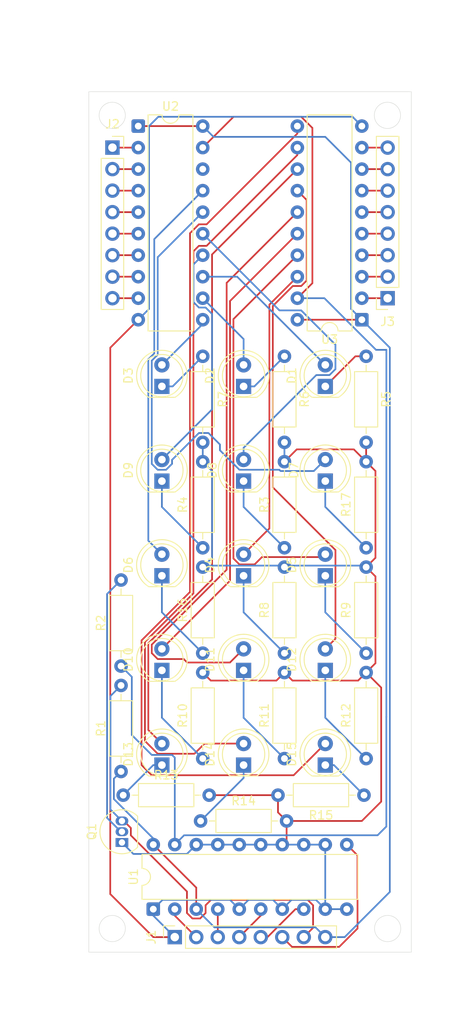
<source format=kicad_pcb>
(kicad_pcb (version 20241229) (generator "pcbnew") (generator_version "9.0")
  (layers (0 "F.Cu" signal) (2 "B.Cu" signal) (13 "F.Paste" user) (15 "B.Paste" user) (5 "F.SilkS" user "F.Silkscreen") (7 "B.SilkS" user "B.Silkscreen") (1 "F.Mask" user) (3 "B.Mask" user) (25 "Edge.Cuts" user))
  (net 0 "")
  (net 1 "I1")
  (net 2 "I0")
  (net 3 "+5V")
  (net 4 "I4")
  (net 5 "I3")
  (net 6 "I2")
  (net 7 "Net-(D6-K)")
  (net 8 "D0")
  (net 9 "D1")
  (net 10 "Net-(D7-K)")
  (net 11 "D2")
  (net 12 "Net-(D8-K)")
  (net 13 "D3")
  (net 14 "Net-(D9-K)")
  (net 15 "Net-(J2-Pin_2)")
  (net 16 "GND")
  (net 17 "Net-(J2-Pin_3)")
  (net 18 "Net-(J2-Pin_7)")
  (net 19 "Net-(J2-Pin_1)")
  (net 20 "Net-(J2-Pin_6)")
  (net 21 "Net-(J2-Pin_8)")
  (net 22 "Net-(J2-Pin_5)")
  (net 23 "Net-(J2-Pin_4)")
  (net 24 "Net-(J3-Pin_6)")
  (net 25 "Net-(J3-Pin_3)")
  (net 26 "Net-(J3-Pin_1)")
  (net 27 "Net-(J3-Pin_4)")
  (net 28 "Net-(J3-Pin_8)")
  (net 29 "Net-(J3-Pin_7)")
  (net 30 "Net-(J3-Pin_5)")
  (net 31 "Net-(J3-Pin_2)")
  (net 32 "Net-(U1-P=R)")
  (net 33 "D7")
  (net 34 "D4")
  (net 35 "D6")
  (net 36 "D5")
  (net 37 "D8")
  (net 38 "D11")
  (net 39 "D13")
  (net 40 "D9")
  (net 41 "D12")
  (net 42 "D14")
  (net 43 "D10")
  (net 44 "Net-(D1-K)")
  (net 45 "Net-(D2-K)")
  (net 46 "Net-(D3-K)")
  (net 47 "Net-(D4-K)")
  (net 48 "Net-(D5-K)")
  (net 49 "Net-(D10-K)")
  (net 50 "Net-(D11-K)")
  (net 51 "Net-(D12-K)")
  (net 52 "Net-(D13-K)")
  (net 53 "Net-(D14-K)")
  (net 54 "Net-(D15-K)")
  (net 55 "RESP")
  (net 56 "Net-(Q1-B)")
  (net 57 "D15")
  (footprint "Resistor_THT:R_Axial_DIN0207_L6.3mm_D2.5mm_P10.16mm_Horizontal" (layer "F.Cu") (at 73.914 129.54 90)
    (property "Reference" "R11" (at 5.08 -2.37 90) (layer "F.SilkS"))
    (property "Value" "R")
    (pad "1" thru_hole circle (at 0 0 90) (size 1.6 1.6) (drill 0.8) (layers "*.Cu" "*.Mask") (net 50 "Net-(D11-K)"))
    (pad "2" thru_hole circle (at 10.16 0 90) (size 1.6 1.6) (drill 0.8) (layers "*.Cu" "*.Mask") (net 16 "GND"))
  )
  (footprint "LED_THT:LED_D5.0mm" (layer "F.Cu") (at 78.74 96.774 90)
    (property "Reference" "D7" (at 1.27 -3.706 90) (layer "F.SilkS"))
    (property "Value" "LED")
    (pad "1" thru_hole rect (at 0 0 90) (size 1.8 1.8) (drill 0.9) (layers "*.Cu" "*.Mask") (net 10 "Net-(D7-K)"))
    (pad "2" thru_hole circle (at 2.54 0 90) (size 1.8 1.8) (drill 0.9) (layers "*.Cu" "*.Mask") (net 11 "D2"))
  )
  (footprint "Package_TO_SOT_THT:TO-92_Inline" (layer "F.Cu") (at 54.716 139.446 90)
    (property "Reference" "Q1" (at 1.27 -3.56 90) (layer "F.SilkS"))
    (property "Value" "PN2222A")
    (pad "1" thru_hole rect (at 0 0 90) (size 1.05 1.5) (drill 0.75) (layers "*.Cu" "*.Mask") (net 16 "GND"))
    (pad "2" thru_hole oval (at 1.27 0 90) (size 1.05 1.5) (drill 0.75) (layers "*.Cu" "*.Mask") (net 56 "Net-(Q1-B)"))
    (pad "3" thru_hole oval (at 2.54 0 90) (size 1.05 1.5) (drill 0.75) (layers "*.Cu" "*.Mask") (net 55 "RESP"))
  )
  (footprint "LED_THT:LED_D5.0mm" (layer "F.Cu") (at 59.436 107.955 90)
    (property "Reference" "D6" (at 1.27 -3.96 90) (layer "F.SilkS"))
    (property "Value" "LED")
    (pad "1" thru_hole rect (at 0 0 90) (size 1.8 1.8) (drill 0.9) (layers "*.Cu" "*.Mask") (net 7 "Net-(D6-K)"))
    (pad "2" thru_hole circle (at 2.54 0 90) (size 1.8 1.8) (drill 0.9) (layers "*.Cu" "*.Mask") (net 9 "D1"))
  )
  (footprint "Resistor_THT:R_Axial_DIN0207_L6.3mm_D2.5mm_P10.16mm_Horizontal" (layer "F.Cu") (at 64.262 129.54 90)
    (property "Reference" "R10" (at 5.08 -2.37 90) (layer "F.SilkS"))
    (property "Value" "R")
    (pad "1" thru_hole circle (at 0 0 90) (size 1.6 1.6) (drill 0.8) (layers "*.Cu" "*.Mask") (net 49 "Net-(D10-K)"))
    (pad "2" thru_hole circle (at 10.16 0 90) (size 1.6 1.6) (drill 0.8) (layers "*.Cu" "*.Mask") (net 16 "GND"))
  )
  (footprint "Resistor_THT:R_Axial_DIN0207_L6.3mm_D2.5mm_P10.16mm_Horizontal" (layer "F.Cu") (at 73.914 82.042 -90)
    (property "Reference" "R6" (at 5.08 -2.37 90) (layer "F.SilkS"))
    (property "Value" "R")
    (pad "1" thru_hole circle (at 0 0 270) (size 1.6 1.6) (drill 0.8) (layers "*.Cu" "*.Mask") (net 45 "Net-(D2-K)"))
    (pad "2" thru_hole circle (at 10.16 0 270) (size 1.6 1.6) (drill 0.8) (layers "*.Cu" "*.Mask") (net 16 "GND"))
  )
  (footprint "Connector_PinSocket_2.54mm:PinSocket_1x08_P2.54mm_Vertical" (layer "F.Cu") (at 86.106 75.184 180)
    (property "Reference" "J3" (at 0 -2.77 0) (layer "F.SilkS"))
    (property "Value" "Conn_01x08_Socket")
    (pad "1" thru_hole rect (at 0 0 180) (size 1.7 1.7) (drill 1) (layers "*.Cu" "*.Mask") (net 26 "Net-(J3-Pin_1)"))
    (pad "2" thru_hole circle (at 0 2.54 180) (size 1.7 1.7) (drill 1) (layers "*.Cu" "*.Mask") (net 31 "Net-(J3-Pin_2)"))
    (pad "3" thru_hole circle (at 0 5.08 180) (size 1.7 1.7) (drill 1) (layers "*.Cu" "*.Mask") (net 25 "Net-(J3-Pin_3)"))
    (pad "4" thru_hole circle (at 0 7.62 180) (size 1.7 1.7) (drill 1) (layers "*.Cu" "*.Mask") (net 27 "Net-(J3-Pin_4)"))
    (pad "5" thru_hole circle (at 0 10.16 180) (size 1.7 1.7) (drill 1) (layers "*.Cu" "*.Mask") (net 30 "Net-(J3-Pin_5)"))
    (pad "6" thru_hole circle (at 0 12.7 180) (size 1.7 1.7) (drill 1) (layers "*.Cu" "*.Mask") (net 24 "Net-(J3-Pin_6)"))
    (pad "7" thru_hole circle (at 0 15.24 180) (size 1.7 1.7) (drill 1) (layers "*.Cu" "*.Mask") (net 29 "Net-(J3-Pin_7)"))
    (pad "8" thru_hole circle (at 0 17.78 180) (size 1.7 1.7) (drill 1) (layers "*.Cu" "*.Mask") (net 28 "Net-(J3-Pin_8)"))
  )
  (footprint "Resistor_THT:R_Axial_DIN0207_L6.3mm_D2.5mm_P10.16mm_Horizontal" (layer "F.Cu") (at 54.61 131.064 90)
    (property "Reference" "R1" (at 5.08 -2.37 90) (layer "F.SilkS"))
    (property "Value" "1k")
    (pad "1" thru_hole circle (at 0 0 90) (size 1.6 1.6) (drill 0.8) (layers "*.Cu" "*.Mask") (net 3 "+5V"))
    (pad "2" thru_hole circle (at 10.16 0 90) (size 1.6 1.6) (drill 0.8) (layers "*.Cu" "*.Mask") (net 55 "RESP"))
  )
  (footprint "LED_THT:LED_D5.0mm" (layer "F.Cu") (at 59.436 85.598 90)
    (property "Reference" "D3" (at 1.27 -3.96 90) (layer "F.SilkS"))
    (property "Value" "LED")
    (pad "1" thru_hole rect (at 0 0 90) (size 1.8 1.8) (drill 0.9) (layers "*.Cu" "*.Mask") (net 46 "Net-(D3-K)"))
    (pad "2" thru_hole circle (at 2.54 0 90) (size 1.8 1.8) (drill 0.9) (layers "*.Cu" "*.Mask") (net 33 "D7"))
  )
  (footprint "Resistor_THT:R_Axial_DIN0207_L6.3mm_D2.5mm_P10.16mm_Horizontal" (layer "F.Cu") (at 64.008 136.906)
    (property "Reference" "R14" (at 5.08 -2.37 0) (layer "F.SilkS"))
    (property "Value" "R")
    (pad "1" thru_hole circle (at 0 0) (size 1.6 1.6) (drill 0.8) (layers "*.Cu" "*.Mask") (net 53 "Net-(D14-K)"))
    (pad "2" thru_hole circle (at 10.16 0) (size 1.6 1.6) (drill 0.8) (layers "*.Cu" "*.Mask") (net 16 "GND"))
  )
  (footprint "Resistor_THT:R_Axial_DIN0207_L6.3mm_D2.5mm_P10.16mm_Horizontal" (layer "F.Cu") (at 64.262 82.042 -90)
    (property "Reference" "R7" (at 5.08 -2.37 90) (layer "F.SilkS"))
    (property "Value" "R")
    (pad "1" thru_hole circle (at 0 0 270) (size 1.6 1.6) (drill 0.8) (layers "*.Cu" "*.Mask") (net 46 "Net-(D3-K)"))
    (pad "2" thru_hole circle (at 10.16 0 270) (size 1.6 1.6) (drill 0.8) (layers "*.Cu" "*.Mask") (net 16 "GND"))
  )
  (footprint "LED_THT:LED_D5.0mm" (layer "F.Cu") (at 78.74 107.955 90)
    (property "Reference" "D5" (at 1.27 -3.96 90) (layer "F.SilkS"))
    (property "Value" "LED")
    (pad "1" thru_hole rect (at 0 0 90) (size 1.8 1.8) (drill 0.9) (layers "*.Cu" "*.Mask") (net 48 "Net-(D5-K)"))
    (pad "2" thru_hole circle (at 2.54 0 90) (size 1.8 1.8) (drill 0.9) (layers "*.Cu" "*.Mask") (net 40 "D9"))
  )
  (footprint "Package_DIP:DIP-20_W7.62mm" (layer "F.Cu") (at 83.058 77.724 180)
    (property "Reference" "U3" (at 3.81 -2.33 0) (layer "F.SilkS"))
    (property "Value" "74HC245")
    (pad "1" thru_hole roundrect (at 0 0 180) (size 1.6 1.6) (drill 0.8) (layers "*.Cu" "*.Mask") (roundrect_rratio 0.15625) (net 3 "+5V"))
    (pad "2" thru_hole circle (at 0 2.54 180) (size 1.6 1.6) (drill 0.8) (layers "*.Cu" "*.Mask") (net 26 "Net-(J3-Pin_1)"))
    (pad "3" thru_hole circle (at 0 5.08 180) (size 1.6 1.6) (drill 0.8) (layers "*.Cu" "*.Mask") (net 31 "Net-(J3-Pin_2)"))
    (pad "4" thru_hole circle (at 0 7.62 180) (size 1.6 1.6) (drill 0.8) (layers "*.Cu" "*.Mask") (net 25 "Net-(J3-Pin_3)"))
    (pad "5" thru_hole circle (at 0 10.16 180) (size 1.6 1.6) (drill 0.8) (layers "*.Cu" "*.Mask") (net 27 "Net-(J3-Pin_4)"))
    (pad "6" thru_hole circle (at 0 12.7 180) (size 1.6 1.6) (drill 0.8) (layers "*.Cu" "*.Mask") (net 30 "Net-(J3-Pin_5)"))
    (pad "7" thru_hole circle (at 0 15.24 180) (size 1.6 1.6) (drill 0.8) (layers "*.Cu" "*.Mask") (net 24 "Net-(J3-Pin_6)"))
    (pad "8" thru_hole circle (at 0 17.78 180) (size 1.6 1.6) (drill 0.8) (layers "*.Cu" "*.Mask") (net 29 "Net-(J3-Pin_7)"))
    (pad "9" thru_hole circle (at 0 20.32 180) (size 1.6 1.6) (drill 0.8) (layers "*.Cu" "*.Mask") (net 28 "Net-(J3-Pin_8)"))
    (pad "10" thru_hole circle (at 0 22.86 180) (size 1.6 1.6) (drill 0.8) (layers "*.Cu" "*.Mask") (net 16 "GND"))
    (pad "11" thru_hole circle (at 7.62 22.86 180) (size 1.6 1.6) (drill 0.8) (layers "*.Cu" "*.Mask") (net 57 "D15"))
    (pad "12" thru_hole circle (at 7.62 20.32 180) (size 1.6 1.6) (drill 0.8) (layers "*.Cu" "*.Mask") (net 42 "D14"))
    (pad "13" thru_hole circle (at 7.62 17.78 180) (size 1.6 1.6) (drill 0.8) (layers "*.Cu" "*.Mask") (net 39 "D13"))
    (pad "14" thru_hole circle (at 7.62 15.24 180) (size 1.6 1.6) (drill 0.8) (layers "*.Cu" "*.Mask") (net 41 "D12"))
    (pad "15" thru_hole circle (at 7.62 12.7 180) (size 1.6 1.6) (drill 0.8) (layers "*.Cu" "*.Mask") (net 38 "D11"))
    (pad "16" thru_hole circle (at 7.62 10.16 180) (size 1.6 1.6) (drill 0.8) (layers "*.Cu" "*.Mask") (net 43 "D10"))
    (pad "17" thru_hole circle (at 7.62 7.62 180) (size 1.6 1.6) (drill 0.8) (layers "*.Cu" "*.Mask") (net 40 "D9"))
    (pad "18" thru_hole circle (at 7.62 5.08 180) (size 1.6 1.6) (drill 0.8) (layers "*.Cu" "*.Mask") (net 37 "D8"))
    (pad "19" thru_hole circle (at 7.62 2.54 180) (size 1.6 1.6) (drill 0.8) (layers "*.Cu" "*.Mask") (net 32 "Net-(U1-P=R)"))
    (pad "20" thru_hole circle (at 7.62 0 180) (size 1.6 1.6) (drill 0.8) (layers "*.Cu" "*.Mask") (net 3 "+5V"))
  )
  (footprint "Resistor_THT:R_Axial_DIN0207_L6.3mm_D2.5mm_P10.16mm_Horizontal" (layer "F.Cu") (at 83.312 133.858 180)
    (property "Reference" "R15" (at 5.08 -2.37 0) (layer "F.SilkS"))
    (property "Value" "R")
    (pad "1" thru_hole circle (at 0 0 180) (size 1.6 1.6) (drill 0.8) (layers "*.Cu" "*.Mask") (net 54 "Net-(D15-K)"))
    (pad "2" thru_hole circle (at 10.16 0 180) (size 1.6 1.6) (drill 0.8) (layers "*.Cu" "*.Mask") (net 16 "GND"))
  )
  (footprint "Resistor_THT:R_Axial_DIN0207_L6.3mm_D2.5mm_P10.16mm_Horizontal" (layer "F.Cu") (at 83.566 117.094 90)
    (property "Reference" "R9" (at 5.08 -2.37 90) (layer "F.SilkS"))
    (property "Value" "R")
    (pad "1" thru_hole circle (at 0 0 90) (size 1.6 1.6) (drill 0.8) (layers "*.Cu" "*.Mask") (net 48 "Net-(D5-K)"))
    (pad "2" thru_hole circle (at 10.16 0 90) (size 1.6 1.6) (drill 0.8) (layers "*.Cu" "*.Mask") (net 16 "GND"))
  )
  (footprint "Resistor_THT:R_Axial_DIN0207_L6.3mm_D2.5mm_P10.16mm_Horizontal" (layer "F.Cu") (at 73.914 104.648 90)
    (property "Reference" "R3" (at 5.08 -2.37 90) (layer "F.SilkS"))
    (property "Value" "R")
    (pad "1" thru_hole circle (at 0 0 90) (size 1.6 1.6) (drill 0.8) (layers "*.Cu" "*.Mask") (net 12 "Net-(D8-K)"))
    (pad "2" thru_hole circle (at 10.16 0 90) (size 1.6 1.6) (drill 0.8) (layers "*.Cu" "*.Mask") (net 16 "GND"))
  )
  (footprint "LED_THT:LED_D5.0mm" (layer "F.Cu") (at 69.088 96.774 90)
    (property "Reference" "D8" (at 1.27 -3.706 90) (layer "F.SilkS"))
    (property "Value" "LED")
    (pad "1" thru_hole rect (at 0 0 90) (size 1.8 1.8) (drill 0.9) (layers "*.Cu" "*.Mask") (net 12 "Net-(D8-K)"))
    (pad "2" thru_hole circle (at 2.54 0 90) (size 1.8 1.8) (drill 0.9) (layers "*.Cu" "*.Mask") (net 13 "D3"))
  )
  (footprint "Resistor_THT:R_Axial_DIN0207_L6.3mm_D2.5mm_P10.16mm_Horizontal" (layer "F.Cu") (at 64.262 117.094 90)
    (property "Reference" "R16" (at 5.08 -2.37 90) (layer "F.SilkS"))
    (property "Value" "R")
    (pad "1" thru_hole circle (at 0 0 90) (size 1.6 1.6) (drill 0.8) (layers "*.Cu" "*.Mask") (net 7 "Net-(D6-K)"))
    (pad "2" thru_hole circle (at 10.16 0 90) (size 1.6 1.6) (drill 0.8) (layers "*.Cu" "*.Mask") (net 16 "GND"))
  )
  (footprint "Resistor_THT:R_Axial_DIN0207_L6.3mm_D2.5mm_P10.16mm_Horizontal" (layer "F.Cu") (at 64.262 104.653 90)
    (property "Reference" "R4" (at 5.08 -2.37 90) (layer "F.SilkS"))
    (property "Value" "R")
    (pad "1" thru_hole circle (at 0 0 90) (size 1.6 1.6) (drill 0.8) (layers "*.Cu" "*.Mask") (net 14 "Net-(D9-K)"))
    (pad "2" thru_hole circle (at 10.16 0 90) (size 1.6 1.6) (drill 0.8) (layers "*.Cu" "*.Mask") (net 16 "GND"))
  )
  (footprint "Resistor_THT:R_Axial_DIN0207_L6.3mm_D2.5mm_P10.16mm_Horizontal" (layer "F.Cu") (at 54.61 118.618 90)
    (property "Reference" "R2" (at 5.08 -2.37 90) (layer "F.SilkS"))
    (property "Value" "1k")
    (pad "1" thru_hole circle (at 0 0 90) (size 1.6 1.6) (drill 0.8) (layers "*.Cu" "*.Mask") (net 32 "Net-(U1-P=R)"))
    (pad "2" thru_hole circle (at 10.16 0 90) (size 1.6 1.6) (drill 0.8) (layers "*.Cu" "*.Mask") (net 56 "Net-(Q1-B)"))
  )
  (footprint "LED_THT:LED_D5.0mm" (layer "F.Cu") (at 59.436 119.126 90)
    (property "Reference" "D10" (at 1.27 -3.96 90) (layer "F.SilkS"))
    (property "Value" "LED")
    (pad "1" thru_hole rect (at 0 0 90) (size 1.8 1.8) (drill 0.9) (layers "*.Cu" "*.Mask") (net 49 "Net-(D10-K)"))
    (pad "2" thru_hole circle (at 2.54 0 90) (size 1.8 1.8) (drill 0.9) (layers "*.Cu" "*.Mask") (net 43 "D10"))
  )
  (footprint "Resistor_THT:R_Axial_DIN0207_L6.3mm_D2.5mm_P10.16mm_Horizontal" (layer "F.Cu") (at 83.566 129.54 90)
    (property "Reference" "R12" (at 5.08 -2.37 90) (layer "F.SilkS"))
    (property "Value" "R")
    (pad "1" thru_hole circle (at 0 0 90) (size 1.6 1.6) (drill 0.8) (layers "*.Cu" "*.Mask") (net 51 "Net-(D12-K)"))
    (pad "2" thru_hole circle (at 10.16 0 90) (size 1.6 1.6) (drill 0.8) (layers "*.Cu" "*.Mask") (net 16 "GND"))
  )
  (footprint "LED_THT:LED_D5.0mm" (layer "F.Cu") (at 78.74 119.126 90)
    (property "Reference" "D12" (at 1.27 -3.96 90) (layer "F.SilkS"))
    (property "Value" "LED")
    (pad "1" thru_hole rect (at 0 0 90) (size 1.8 1.8) (drill 0.9) (layers "*.Cu" "*.Mask") (net 51 "Net-(D12-K)"))
    (pad "2" thru_hole circle (at 2.54 0 90) (size 1.8 1.8) (drill 0.9) (layers "*.Cu" "*.Mask") (net 41 "D12"))
  )
  (footprint "LED_THT:LED_D5.0mm" (layer "F.Cu") (at 59.436 96.779 90)
    (property "Reference" "D9" (at 1.27 -3.96 90) (layer "F.SilkS"))
    (property "Value" "LED")
    (pad "1" thru_hole rect (at 0 0 90) (size 1.8 1.8) (drill 0.9) (layers "*.Cu" "*.Mask") (net 14 "Net-(D9-K)"))
    (pad "2" thru_hole circle (at 2.54 0 90) (size 1.8 1.8) (drill 0.9) (layers "*.Cu" "*.Mask") (net 34 "D4"))
  )
  (footprint "Resistor_THT:R_Axial_DIN0207_L6.3mm_D2.5mm_P10.16mm_Horizontal" (layer "F.Cu") (at 83.566 104.648 90)
    (property "Reference" "R17" (at 5.08 -2.37 90) (layer "F.SilkS"))
    (property "Value" "R")
    (pad "1" thru_hole circle (at 0 0 90) (size 1.6 1.6) (drill 0.8) (layers "*.Cu" "*.Mask") (net 10 "Net-(D7-K)"))
    (pad "2" thru_hole circle (at 10.16 0 90) (size 1.6 1.6) (drill 0.8) (layers "*.Cu" "*.Mask") (net 16 "GND"))
  )
  (footprint "LED_THT:LED_D5.0mm" (layer "F.Cu") (at 78.74 85.598 90)
    (property "Reference" "D1" (at 1.27 -3.96 90) (layer "F.SilkS"))
    (property "Value" "LED")
    (pad "1" thru_hole rect (at 0 0 90) (size 1.8 1.8) (drill 0.9) (layers "*.Cu" "*.Mask") (net 44 "Net-(D1-K)"))
    (pad "2" thru_hole circle (at 2.54 0 90) (size 1.8 1.8) (drill 0.9) (layers "*.Cu" "*.Mask") (net 36 "D5"))
  )
  (footprint "LED_THT:LED_D5.0mm" (layer "F.Cu") (at 69.088 119.126 90)
    (property "Reference" "D11" (at 1.27 -3.96 90) (layer "F.SilkS"))
    (property "Value" "LED")
    (pad "1" thru_hole rect (at 0 0 90) (size 1.8 1.8) (drill 0.9) (layers "*.Cu" "*.Mask") (net 50 "Net-(D11-K)"))
    (pad "2" thru_hole circle (at 2.54 0 90) (size 1.8 1.8) (drill 0.9) (layers "*.Cu" "*.Mask") (net 38 "D11"))
  )
  (footprint "LED_THT:LED_D5.0mm" (layer "F.Cu") (at 78.74 130.307 90)
    (property "Reference" "D15" (at 1.27 -3.96 90) (layer "F.SilkS"))
    (property "Value" "LED")
    (pad "1" thru_hole rect (at 0 0 90) (size 1.8 1.8) (drill 0.9) (layers "*.Cu" "*.Mask") (net 54 "Net-(D15-K)"))
    (pad "2" thru_hole circle (at 2.54 0 90) (size 1.8 1.8) (drill 0.9) (layers "*.Cu" "*.Mask") (net 57 "D15"))
  )
  (footprint "LED_THT:LED_D5.0mm" (layer "F.Cu") (at 69.088 107.955 90)
    (property "Reference" "D4" (at 1.27 -3.96 90) (layer "F.SilkS"))
    (property "Value" "LED")
    (pad "1" thru_hole rect (at 0 0 90) (size 1.8 1.8) (drill 0.9) (layers "*.Cu" "*.Mask") (net 47 "Net-(D4-K)"))
    (pad "2" thru_hole circle (at 2.54 0 90) (size 1.8 1.8) (drill 0.9) (layers "*.Cu" "*.Mask") (net 37 "D8"))
  )
  (footprint "Connector_PinSocket_2.54mm:PinSocket_1x08_P2.54mm_Vertical" (layer "F.Cu") (at 53.594 57.404)
    (property "Reference" "J2" (at 0 -2.77 0) (layer "F.SilkS"))
    (property "Value" "Conn_01x08_Socket")
    (pad "1" thru_hole rect (at 0 0) (size 1.7 1.7) (drill 1) (layers "*.Cu" "*.Mask") (net 19 "Net-(J2-Pin_1)"))
    (pad "2" thru_hole circle (at 0 2.54) (size 1.7 1.7) (drill 1) (layers "*.Cu" "*.Mask") (net 15 "Net-(J2-Pin_2)"))
    (pad "3" thru_hole circle (at 0 5.08) (size 1.7 1.7) (drill 1) (layers "*.Cu" "*.Mask") (net 17 "Net-(J2-Pin_3)"))
    (pad "4" thru_hole circle (at 0 7.62) (size 1.7 1.7) (drill 1) (layers "*.Cu" "*.Mask") (net 23 "Net-(J2-Pin_4)"))
    (pad "5" thru_hole circle (at 0 10.16) (size 1.7 1.7) (drill 1) (layers "*.Cu" "*.Mask") (net 22 "Net-(J2-Pin_5)"))
    (pad "6" thru_hole circle (at 0 12.7) (size 1.7 1.7) (drill 1) (layers "*.Cu" "*.Mask") (net 20 "Net-(J2-Pin_6)"))
    (pad "7" thru_hole circle (at 0 15.24) (size 1.7 1.7) (drill 1) (layers "*.Cu" "*.Mask") (net 18 "Net-(J2-Pin_7)"))
    (pad "8" thru_hole circle (at 0 17.78) (size 1.7 1.7) (drill 1) (layers "*.Cu" "*.Mask") (net 21 "Net-(J2-Pin_8)"))
  )
  (footprint "LED_THT:LED_D5.0mm" (layer "F.Cu") (at 69.088 130.307 90)
    (property "Reference" "D14" (at 1.27 -3.96 90) (layer "F.SilkS"))
    (property "Value" "LED")
    (pad "1" thru_hole rect (at 0 0 90) (size 1.8 1.8) (drill 0.9) (layers "*.Cu" "*.Mask") (net 53 "Net-(D14-K)"))
    (pad "2" thru_hole circle (at 2.54 0 90) (size 1.8 1.8) (drill 0.9) (layers "*.Cu" "*.Mask") (net 42 "D14"))
  )
  (footprint "LED_THT:LED_D5.0mm" (layer "F.Cu") (at 69.088 85.598 90)
    (property "Reference" "D2" (at 1.27 -3.96 90) (layer "F.SilkS"))
    (property "Value" "LED")
    (pad "1" thru_hole rect (at 0 0 90) (size 1.8 1.8) (drill 0.9) (layers "*.Cu" "*.Mask") (net 45 "Net-(D2-K)"))
    (pad "2" thru_hole circle (at 2.54 0 90) (size 1.8 1.8) (drill 0.9) (layers "*.Cu" "*.Mask") (net 35 "D6"))
  )
  (footprint "Resistor_THT:R_Axial_DIN0207_L6.3mm_D2.5mm_P10.16mm_Horizontal" (layer "F.Cu") (at 54.864 133.858)
    (property "Reference" "R13" (at 5.08 -2.37 0) (layer "F.SilkS"))
    (property "Value" "R")
    (pad "1" thru_hole circle (at 0 0) (size 1.6 1.6) (drill 0.8) (layers "*.Cu" "*.Mask") (net 52 "Net-(D13-K)"))
    (pad "2" thru_hole circle (at 10.16 0) (size 1.6 1.6) (drill 0.8) (layers "*.Cu" "*.Mask") (net 16 "GND"))
  )
  (footprint "Connector_PinSocket_2.54mm:PinSocket_1x08_P2.54mm_Vertical" (layer "F.Cu") (at 60.956987 150.618987 90)
    (property "Reference" "J1" (at 0 -2.77 90) (layer "F.SilkS"))
    (property "Value" "Conn_01x08_Socket")
    (pad "1" thru_hole rect (at 0 0 90) (size 1.7 1.7) (drill 1) (layers "*.Cu" "*.Mask") (net 16 "GND"))
    (pad "2" thru_hole circle (at 0 2.54 90) (size 1.7 1.7) (drill 1) (layers "*.Cu" "*.Mask") (net 2 "I0"))
    (pad "3" thru_hole circle (at 0 5.08 90) (size 1.7 1.7) (drill 1) (layers "*.Cu" "*.Mask") (net 1 "I1"))
    (pad "4" thru_hole circle (at 0 7.62 90) (size 1.7 1.7) (drill 1) (layers "*.Cu" "*.Mask") (net 6 "I2"))
    (pad "5" thru_hole circle (at 0 10.16 90) (size 1.7 1.7) (drill 1) (layers "*.Cu" "*.Mask") (net 5 "I3"))
    (pad "6" thru_hole circle (at 0 12.7 90) (size 1.7 1.7) (drill 1) (layers "*.Cu" "*.Mask") (net 4 "I4"))
    (pad "7" thru_hole circle (at 0 15.24 90) (size 1.7 1.7) (drill 1) (layers "*.Cu" "*.Mask") (net 55 "RESP"))
    (pad "8" thru_hole circle (at 0 17.78 90) (size 1.7 1.7) (drill 1) (layers "*.Cu" "*.Mask") (net 3 "+5V"))
  )
  (footprint "Resistor_THT:R_Axial_DIN0207_L6.3mm_D2.5mm_P10.16mm_Horizontal" (layer "F.Cu") (at 73.914 117.094 90)
    (property "Reference" "R8" (at 5.08 -2.37 90) (layer "F.SilkS"))
    (property "Value" "R")
    (pad "1" thru_hole circle (at 0 0 90) (size 1.6 1.6) (drill 0.8) (layers "*.Cu" "*.Mask") (net 47 "Net-(D4-K)"))
    (pad "2" thru_hole circle (at 10.16 0 90) (size 1.6 1.6) (drill 0.8) (layers "*.Cu" "*.Mask") (net 16 "GND"))
  )
  (footprint "LED_THT:LED_D5.0mm" (layer "F.Cu") (at 59.436 130.307 90)
    (property "Reference" "D13" (at 1.27 -3.96 90) (layer "F.SilkS"))
    (property "Value" "LED")
    (pad "1" thru_hole rect (at 0 0 90) (size 1.8 1.8) (drill 0.9) (layers "*.Cu" "*.Mask") (net 52 "Net-(D13-K)"))
    (pad "2" thru_hole circle (at 2.54 0 90) (size 1.8 1.8) (drill 0.9) (layers "*.Cu" "*.Mask") (net 39 "D13"))
  )
  (footprint "Package_DIP:DIP-20_W7.62mm" (layer "F.Cu") (at 56.642 54.864)
    (property "Reference" "U2" (at 3.81 -2.33 0) (layer "F.SilkS"))
    (property "Value" "74HC245")
    (pad "1" thru_hole roundrect (at 0 0) (size 1.6 1.6) (drill 0.8) (layers "*.Cu" "*.Mask") (roundrect_rratio 0.15625) (net 3 "+5V"))
    (pad "2" thru_hole circle (at 0 2.54) (size 1.6 1.6) (drill 0.8) (layers "*.Cu" "*.Mask") (net 19 "Net-(J2-Pin_1)"))
    (pad "3" thru_hole circle (at 0 5.08) (size 1.6 1.6) (drill 0.8) (layers "*.Cu" "*.Mask") (net 15 "Net-(J2-Pin_2)"))
    (pad "4" thru_hole circle (at 0 7.62) (size 1.6 1.6) (drill 0.8) (layers "*.Cu" "*.Mask") (net 17 "Net-(J2-Pin_3)"))
    (pad "5" thru_hole circle (at 0 10.16) (size 1.6 1.6) (drill 0.8) (layers "*.Cu" "*.Mask") (net 23 "Net-(J2-Pin_4)"))
    (pad "6" thru_hole circle (at 0 12.7) (size 1.6 1.6) (drill 0.8) (layers "*.Cu" "*.Mask") (net 22 "Net-(J2-Pin_5)"))
    (pad "7" thru_hole circle (at 0 15.24) (size 1.6 1.6) (drill 0.8) (layers "*.Cu" "*.Mask") (net 20 "Net-(J2-Pin_6)"))
    (pad "8" thru_hole circle (at 0 17.78) (size 1.6 1.6) (drill 0.8) (layers "*.Cu" "*.Mask") (net 18 "Net-(J2-Pin_7)"))
    (pad "9" thru_hole circle (at 0 20.32) (size 1.6 1.6) (drill 0.8) (layers "*.Cu" "*.Mask") (net 21 "Net-(J2-Pin_8)"))
    (pad "10" thru_hole circle (at 0 22.86) (size 1.6 1.6) (drill 0.8) (layers "*.Cu" "*.Mask") (net 16 "GND"))
    (pad "11" thru_hole circle (at 7.62 22.86) (size 1.6 1.6) (drill 0.8) (layers "*.Cu" "*.Mask") (net 33 "D7"))
    (pad "12" thru_hole circle (at 7.62 20.32) (size 1.6 1.6) (drill 0.8) (layers "*.Cu" "*.Mask") (net 35 "D6"))
    (pad "13" thru_hole circle (at 7.62 17.78) (size 1.6 1.6) (drill 0.8) (layers "*.Cu" "*.Mask") (net 36 "D5"))
    (pad "14" thru_hole circle (at 7.62 15.24) (size 1.6 1.6) (drill 0.8) (layers "*.Cu" "*.Mask") (net 34 "D4"))
    (pad "15" thru_hole circle (at 7.62 12.7) (size 1.6 1.6) (drill 0.8) (layers "*.Cu" "*.Mask") (net 13 "D3"))
    (pad "16" thru_hole circle (at 7.62 10.16) (size 1.6 1.6) (drill 0.8) (layers "*.Cu" "*.Mask") (net 11 "D2"))
    (pad "17" thru_hole circle (at 7.62 7.62) (size 1.6 1.6) (drill 0.8) (layers "*.Cu" "*.Mask") (net 9 "D1"))
    (pad "18" thru_hole circle (at 7.62 5.08) (size 1.6 1.6) (drill 0.8) (layers "*.Cu" "*.Mask") (net 8 "D0"))
    (pad "19" thru_hole circle (at 7.62 2.54) (size 1.6 1.6) (drill 0.8) (layers "*.Cu" "*.Mask") (net 32 "Net-(U1-P=R)"))
    (pad "20" thru_hole circle (at 7.62 0) (size 1.6 1.6) (drill 0.8) (layers "*.Cu" "*.Mask") (net 3 "+5V"))
  )
  (footprint "Resistor_THT:R_Axial_DIN0207_L6.3mm_D2.5mm_P10.16mm_Horizontal" (layer "F.Cu") (at 83.566 82.042 -90)
    (property "Reference" "R5" (at 5.08 -2.37 90) (layer "F.SilkS"))
    (property "Value" "R")
    (pad "1" thru_hole circle (at 0 0 270) (size 1.6 1.6) (drill 0.8) (layers "*.Cu" "*.Mask") (net 44 "Net-(D1-K)"))
    (pad "2" thru_hole circle (at 10.16 0 270) (size 1.6 1.6) (drill 0.8) (layers "*.Cu" "*.Mask") (net 16 "GND"))
  )
  (footprint "Package_DIP:DIP-20_W7.62mm" (layer "F.Cu") (at 58.416987 147.316987 90)
    (property "Reference" "U1" (at 3.81 -2.33 90) (layer "F.SilkS"))
    (property "Value" "74HC688")
    (pad "1" thru_hole roundrect (at 0 0 90) (size 1.6 1.6) (drill 0.8) (layers "*.Cu" "*.Mask") (roundrect_rratio 0.15625) (net 16 "GND"))
    (pad "2" thru_hole circle (at 0 2.54 90) (size 1.6 1.6) (drill 0.8) (layers "*.Cu" "*.Mask") (net 2 "I0"))
    (pad "3" thru_hole circle (at 0 5.08 90) (size 1.6 1.6) (drill 0.8) (layers "*.Cu" "*.Mask") (net 3 "+5V"))
    (pad "4" thru_hole circle (at 0 7.62 90) (size 1.6 1.6) (drill 0.8) (layers "*.Cu" "*.Mask") (net 1 "I1"))
    (pad "5" thru_hole circle (at 0 10.16 90) (size 1.6 1.6) (drill 0.8) (layers "*.Cu" "*.Mask") (net 16 "GND"))
    (pad "6" thru_hole circle (at 0 12.7 90) (size 1.6 1.6) (drill 0.8) (layers "*.Cu" "*.Mask") (net 6 "I2"))
    (pad "7" thru_hole circle (at 0 15.24 90) (size 1.6 1.6) (drill 0.8) (layers "*.Cu" "*.Mask") (net 16 "GND"))
    (pad "8" thru_hole circle (at 0 17.78 90) (size 1.6 1.6) (drill 0.8) (layers "*.Cu" "*.Mask") (net 5 "I3"))
    (pad "9" thru_hole circle (at 0 20.32 90) (size 1.6 1.6) (drill 0.8) (layers "*.Cu" "*.Mask") (net 16 "GND"))
    (pad "10" thru_hole circle (at 0 22.86 90) (size 1.6 1.6) (drill 0.8) (layers "*.Cu" "*.Mask") (net 16 "GND"))
    (pad "11" thru_hole circle (at 7.62 22.86 90) (size 1.6 1.6) (drill 0.8) (layers "*.Cu" "*.Mask") (net 4 "I4"))
    (pad "12" thru_hole circle (at 7.62 20.32 90) (size 1.6 1.6) (drill 0.8) (layers "*.Cu" "*.Mask") (net 16 "GND"))
    (pad "13" thru_hole circle (at 7.62 17.78 90) (size 1.6 1.6) (drill 0.8) (layers "*.Cu" "*.Mask") (net 16 "GND"))
    (pad "14" thru_hole circle (at 7.62 15.24 90) (size 1.6 1.6) (drill 0.8) (layers "*.Cu" "*.Mask") (net 16 "GND"))
    (pad "15" thru_hole circle (at 7.62 12.7 90) (size 1.6 1.6) (drill 0.8) (layers "*.Cu" "*.Mask") (net 16 "GND"))
    (pad "16" thru_hole circle (at 7.62 10.16 90) (size 1.6 1.6) (drill 0.8) (layers "*.Cu" "*.Mask") (net 16 "GND"))
    (pad "17" thru_hole circle (at 7.62 7.62 90) (size 1.6 1.6) (drill 0.8) (layers "*.Cu" "*.Mask") (net 16 "GND"))
    (pad "18" thru_hole circle (at 7.62 5.08 90) (size 1.6 1.6) (drill 0.8) (layers "*.Cu" "*.Mask") (net 16 "GND"))
    (pad "19" thru_hole circle (at 7.62 2.54 90) (size 1.6 1.6) (drill 0.8) (layers "*.Cu" "*.Mask") (net 32 "Net-(U1-P=R)"))
    (pad "20" thru_hole circle (at 7.62 0 90) (size 1.6 1.6) (drill 0.8) (layers "*.Cu" "*.Mask") (net 3 "+5V"))
  )
  (gr_circle (center 53.568 53.594) (end 55.118 53.594) (stroke (width 0.05)) (fill no) (layer "Edge.Cuts"))
  (gr_circle (center 53.568 149.606) (end 55.118 149.606) (stroke (width 0.05)) (fill no) (layer "Edge.Cuts"))
  (gr_circle (center 86.106 149.606) (end 87.656 149.606) (stroke (width 0.05)) (fill no) (layer "Edge.Cuts"))
  (gr_rect (start 50.8 50.8) (end 88.9 152.4) (stroke (width 0.05)) (fill no) (layer "Edge.Cuts"))
  (gr_circle (center 86.08 53.594) (end 87.63 53.594) (stroke (width 0.05)) (fill no) (layer "Edge.Cuts"))
  (segment (start 66.036987 150.618987) (end 66.036987 147.316987) (width 0.2) (layer "F.Cu") (net 1))
  (segment (start 60.956987 148.078987) (end 60.956987 147.316987) (width 0.2) (layer "F.Cu") (net 2))
  (segment (start 63.496987 150.618987) (end 60.956987 148.078987) (width 0.2) (layer "F.Cu") (net 2))
  (segment (start 63.496987 144.776987) (end 58.416987 139.696987) (width 0.2) (layer "F.Cu") (net 3))
  (segment (start 83.058 77.724) (end 75.438 77.724) (width 0.2) (layer "F.Cu") (net 3))
  (segment (start 56.642 54.864) (end 64.262 54.864) (width 0.2) (layer "F.Cu") (net 3))
  (segment (start 63.496987 147.316987) (end 63.496987 144.776987) (width 0.2) (layer "F.Cu") (net 3))
  (segment (start 53.763 134.31405) (end 58.416987 138.968037) (width 0.2) (layer "B.Cu") (net 3))
  (segment (start 78.74 56.134) (end 81.788 59.182) (width 0.2) (layer "B.Cu") (net 3))
  (segment (start 81.788 76.454) (end 83.058 77.724) (width 0.2) (layer "B.Cu") (net 3))
  (segment (start 81.029013 150.618987) (end 86.36 145.288) (width 0.2) (layer "B.Cu") (net 3))
  (segment (start 83.058 77.724) (end 86.36 81.026) (width 0.2) (layer "B.Cu") (net 3))
  (segment (start 65.647987 149.467987) (end 63.496987 147.316987) (width 0.2) (layer "B.Cu") (net 3))
  (segment (start 58.416987 138.968037) (end 58.416987 139.696987) (width 0.2) (layer "B.Cu") (net 3))
  (segment (start 86.36 81.026) (end 86.36 145.288) (width 0.2) (layer "B.Cu") (net 3))
  (segment (start 78.736987 150.618987) (end 77.585987 149.467987) (width 0.2) (layer "B.Cu") (net 3))
  (segment (start 64.262 54.864) (end 65.532 56.134) (width 0.2) (layer "B.Cu") (net 3))
  (segment (start 81.788 59.182) (end 81.788 76.454) (width 0.2) (layer "B.Cu") (net 3))
  (segment (start 65.532 56.134) (end 78.74 56.134) (width 0.2) (layer "B.Cu") (net 3))
  (segment (start 54.61 131.064) (end 53.763 131.911) (width 0.2) (layer "B.Cu") (net 3))
  (segment (start 53.763 131.911) (end 53.763 134.31405) (width 0.2) (layer "B.Cu") (net 3))
  (segment (start 77.585987 149.467987) (end 65.647987 149.467987) (width 0.2) (layer "B.Cu") (net 3))
  (segment (start 81.026 150.618987) (end 78.736987 150.618987) (width 0.2) (layer "B.Cu") (net 3))
  (segment (start 81.026 150.618987) (end 81.029013 150.618987) (width 0.2) (layer "B.Cu") (net 3))
  (segment (start 73.656987 150.618987) (end 74.807987 151.769987) (width 0.2) (layer "F.Cu") (net 4))
  (segment (start 82.546987 149.602987) (end 82.546987 140.966987) (width 0.2) (layer "F.Cu") (net 4))
  (segment (start 82.546987 140.966987) (end 81.276987 139.696987) (width 0.2) (layer "F.Cu") (net 4))
  (segment (start 74.807987 151.769987) (end 80.379987 151.769987) (width 0.2) (layer "F.Cu") (net 4))
  (segment (start 80.379987 151.769987) (end 82.546987 149.602987) (width 0.2) (layer "F.Cu") (net 4))
  (segment (start 75.214037 147.316987) (end 76.196987 147.316987) (width 0.2) (layer "F.Cu") (net 5))
  (segment (start 71.912037 150.618987) (end 75.214037 147.316987) (width 0.2) (layer "F.Cu") (net 5))
  (segment (start 71.116987 150.618987) (end 71.912037 150.618987) (width 0.2) (layer "F.Cu") (net 5))
  (segment (start 71.116987 148.078987) (end 71.116987 147.316987) (width 0.2) (layer "F.Cu") (net 6))
  (segment (start 68.576987 150.618987) (end 71.116987 148.078987) (width 0.2) (layer "F.Cu") (net 6))
  (segment (start 59.436 107.955) (end 59.436 112.268) (width 0.2) (layer "B.Cu") (net 7))
  (segment (start 59.436 112.268) (end 64.262 117.094) (width 0.2) (layer "B.Cu") (net 7))
  (segment (start 57.834 82.394429) (end 57.834 103.813) (width 0.2) (layer "B.Cu") (net 9))
  (segment (start 58.537529 68.208471) (end 58.537529 81.6909) (width 0.2) (layer "B.Cu") (net 9))
  (segment (start 57.834 103.813) (end 59.436 105.415) (width 0.2) (layer "B.Cu") (net 9))
  (segment (start 64.262 62.484) (end 58.537529 68.208471) (width 0.2) (layer "B.Cu") (net 9))
  (segment (start 58.537529 81.6909) (end 57.834 82.394429) (width 0.2) (layer "B.Cu") (net 9))
  (segment (start 78.74 96.774) (end 78.74 99.822) (width 0.2) (layer "B.Cu") (net 10))
  (segment (start 78.74 99.822) (end 83.566 104.648) (width 0.2) (layer "B.Cu") (net 10))
  (segment (start 66.294 92.456) (end 64.939 91.101) (width 0.2) (layer "B.Cu") (net 11))
  (segment (start 68.590529 95.435) (end 66.294 93.138471) (width 0.2) (layer "B.Cu") (net 11))
  (segment (start 58.938529 70.347471) (end 58.938529 81.857) (width 0.2) (layer "B.Cu") (net 11))
  (segment (start 58.235 94.736471) (end 58.938529 95.44) (width 0.2) (layer "B.Cu") (net 11))
  (segment (start 60.637 94.26995) (end 60.637 94.736471) (width 0.2) (layer "B.Cu") (net 11))
  (segment (start 64.939 91.101) (end 63.80595 91.101) (width 0.2) (layer "B.Cu") (net 11))
  (segment (start 66.294 93.138471) (end 66.294 92.456) (width 0.2) (layer "B.Cu") (net 11))
  (segment (start 73.30395 95.435) (end 68.590529 95.435) (width 0.2) (layer "B.Cu") (net 11))
  (segment (start 73.30395 95.435) (end 73.45795 95.589) (width 0.2) (layer "B.Cu") (net 11))
  (segment (start 58.235 82.560529) (end 58.235 94.736471) (width 0.2) (layer "B.Cu") (net 11))
  (segment (start 58.938529 81.857) (end 58.235 82.560529) (width 0.2) (layer "B.Cu") (net 11))
  (segment (start 77.385 95.589) (end 78.74 94.234) (width 0.2) (layer "B.Cu") (net 11))
  (segment (start 73.45795 95.589) (end 77.385 95.589) (width 0.2) (layer "B.Cu") (net 11))
  (segment (start 60.637 94.736471) (end 59.933471 95.44) (width 0.2) (layer "B.Cu") (net 11))
  (segment (start 64.262 65.024) (end 58.938529 70.347471) (width 0.2) (layer "B.Cu") (net 11))
  (segment (start 59.933471 95.44) (end 58.938529 95.44) (width 0.2) (layer "B.Cu") (net 11))
  (segment (start 63.80595 91.101) (end 60.637 94.26995) (width 0.2) (layer "B.Cu") (net 11))
  (segment (start 69.088 99.822) (end 73.914 104.648) (width 0.2) (layer "B.Cu") (net 12))
  (segment (start 69.088 96.774) (end 69.088 99.822) (width 0.2) (layer "B.Cu") (net 12))
  (segment (start 64.262 67.564) (end 73.321 76.623) (width 0.2) (layer "B.Cu") (net 13))
  (segment (start 75.89405 76.623) (end 79.941 80.66995) (width 0.2) (layer "B.Cu") (net 13))
  (segment (start 69.088 92.848) (end 69.088 94.234) (width 0.2) (layer "B.Cu") (net 13))
  (segment (start 79.237471 84.259) (end 77.677 84.259) (width 0.2) (layer "B.Cu") (net 13))
  (segment (start 73.321 76.623) (end 75.89405 76.623) (width 0.2) (layer "B.Cu") (net 13))
  (segment (start 79.941 80.66995) (end 79.941 83.555471) (width 0.2) (layer "B.Cu") (net 13))
  (segment (start 79.941 83.555471) (end 79.237471 84.259) (width 0.2) (layer "B.Cu") (net 13))
  (segment (start 77.677 84.259) (end 69.088 92.848) (width 0.2) (layer "B.Cu") (net 13))
  (segment (start 59.436 96.779) (end 59.436 99.827) (width 0.2) (layer "B.Cu") (net 14))
  (segment (start 59.436 99.827) (end 64.262 104.653) (width 0.2) (layer "B.Cu") (net 14))
  (segment (start 53.594 59.944) (end 56.642 59.944) (width 0.2) (layer "F.Cu") (net 15))
  (segment (start 60.956987 150.618987) (end 58.42 150.618987) (width 0.2) (layer "F.Cu") (net 16))
  (segment (start 65.209 120.327) (end 72.967 120.327) (width 0.2) (layer "F.Cu") (net 16))
  (segment (start 75.369 93.033) (end 73.914 94.488) (width 0.2) (layer "F.Cu") (net 16))
  (segment (start 74.861 120.327) (end 82.619 120.327) (width 0.2) (layer "F.Cu") (net 16))
  (segment (start 74.168 139.185974) (end 73.656987 139.696987) (width 0.2) (layer "F.Cu") (net 16))
  (segment (start 53.34 133.35) (end 53.34 81.026) (width 0.2) (layer "F.Cu") (net 16))
  (segment (start 73.152 133.858) (end 73.152 135.89) (width 0.2) (layer "F.Cu") (net 16))
  (segment (start 74.168 136.906) (end 74.168 139.185974) (width 0.2) (layer "F.Cu") (net 16))
  (segment (start 83.566 94.488) (end 82.111 93.033) (width 0.2) (layer "F.Cu") (net 16))
  (segment (start 84.667 118.279) (end 83.566 119.38) (width 0.2) (layer "F.Cu") (net 16))
  (segment (start 64.262 119.38) (end 65.209 120.327) (width 0.2) (layer "F.Cu") (net 16))
  (segment (start 53.336987 145.542) (end 53.343013 145.542) (width 0.2) (layer "F.Cu") (net 16))
  (segment (start 82.619 120.327) (end 83.566 119.38) (width 0.2) (layer "F.Cu") (net 16))
  (segment (start 84.667 105.833) (end 83.566 106.934) (width 0.2) (layer "F.Cu") (net 16))
  (segment (start 53.336987 133.353013) (end 53.34 133.35) (width 0.2) (layer "F.Cu") (net 16))
  (segment (start 85.344 134.62) (end 83.058 136.906) (width 0.2) (layer "F.Cu") (net 16))
  (segment (start 53.343013 145.542) (end 58.42 150.618987) (width 0.2) (layer "F.Cu") (net 16))
  (segment (start 73.152 135.89) (end 74.168 136.906) (width 0.2) (layer "F.Cu") (net 16))
  (segment (start 83.566 94.488) (end 84.667 95.589) (width 0.2) (layer "F.Cu") (net 16))
  (segment (start 84.667 108.035) (end 84.667 118.279) (width 0.2) (layer "F.Cu") (net 16))
  (segment (start 73.152 133.858) (end 65.024 133.858) (width 0.2) (layer "F.Cu") (net 16))
  (segment (start 83.058 136.906) (end 74.168 136.906) (width 0.2) (layer "F.Cu") (net 16))
  (segment (start 53.34 133.604) (end 53.34 133.35) (width 0.2) (layer "F.Cu") (net 16))
  (segment (start 84.667 95.589) (end 84.667 105.833) (width 0.2) (layer "F.Cu") (net 16))
  (segment (start 85.344 121.158) (end 85.344 134.62) (width 0.2) (layer "F.Cu") (net 16))
  (segment (start 83.566 106.934) (end 84.667 108.035) (width 0.2) (layer "F.Cu") (net 16))
  (segment (start 53.34 81.026) (end 56.642 77.724) (width 0.2) (layer "F.Cu") (net 16))
  (segment (start 83.566 94.488) (end 83.566 92.202) (width 0.2) (layer "F.Cu") (net 16))
  (segment (start 72.967 120.327) (end 73.914 119.38) (width 0.2) (layer "F.Cu") (net 16))
  (segment (start 83.566 119.38) (end 85.344 121.158) (width 0.2) (layer "F.Cu") (net 16))
  (segment (start 53.336987 145.542) (end 53.336987 133.353013) (width 0.2) (layer "F.Cu") (net 16))
  (segment (start 73.914 119.38) (end 74.861 120.327) (width 0.2) (layer "F.Cu") (net 16))
  (segment (start 82.111 93.033) (end 75.369 93.033) (width 0.2) (layer "F.Cu") (net 16))
  (segment (start 66.036987 139.696987) (end 63.496987 139.696987) (width 0.2) (layer "B.Cu") (net 16))
  (segment (start 64.262 94.493) (end 64.262 92.202) (width 0.2) (layer "B.Cu") (net 16))
  (segment (start 56.067987 140.797987) (end 62.395987 140.797987) (width 0.2) (layer "B.Cu") (net 16))
  (segment (start 58.416987 147.316987) (end 59.517987 146.215987) (width 0.2) (layer "B.Cu") (net 16))
  (segment (start 78.736987 147.316987) (end 78.736987 139.696987) (width 0.2) (layer "B.Cu") (net 16))
  (segment (start 74.757987 146.215987) (end 77.635987 146.215987) (width 0.2) (layer "B.Cu") (net 16))
  (segment (start 56.642 77.724) (end 57.912 76.454) (width 0.2) (layer "B.Cu") (net 16))
  (segment (start 54.716 139.446) (end 56.067987 140.797987) (width 0.2) (layer "B.Cu") (net 16))
  (segment (start 65.363 95.594) (end 65.363 105.833) (width 0.2) (layer "B.Cu") (net 16))
  (segment (start 59.013 53.763) (end 81.957 53.763) (width 0.2) (layer "B.Cu") (net 16))
  (segment (start 64.262 94.493) (end 65.363 95.594) (width 0.2) (layer "B.Cu") (net 16))
  (segment (start 76.196987 139.696987) (end 73.656987 139.696987) (width 0.2) (layer "B.Cu") (net 16))
  (segment (start 58.416987 148.078987) (end 58.416987 147.316987) (width 0.2) (layer "B.Cu") (net 16))
  (segment (start 81.957 53.763) (end 83.058 54.864) (width 0.2) (layer "B.Cu") (net 16))
  (segment (start 78.736987 139.696987) (end 76.196987 139.696987) (width 0.2) (layer "B.Cu") (net 16))
  (segment (start 78.736987 147.316987) (end 81.276987 147.316987) (width 0.2) (layer "B.Cu") (net 16))
  (segment (start 73.914 106.934) (end 74.094 106.754) (width 0.2) (layer "B.Cu") (net 16))
  (segment (start 73.734 106.754) (end 64.442 106.754) (width 0.2) (layer "B.Cu") (net 16))
  (segment (start 57.912 76.454) (end 57.912 54.864) (width 0.2) (layer "B.Cu") (net 16))
  (segment (start 69.677987 146.215987) (end 72.555987 146.215987) (width 0.2) (layer "B.Cu") (net 16))
  (segment (start 73.656987 147.316987) (end 74.757987 146.215987) (width 0.2) (layer "B.Cu") (net 16))
  (segment (start 68.576987 139.696987) (end 66.036987 139.696987) (width 0.2) (layer "B.Cu") (net 16))
  (segment (start 73.914 94.488) (end 73.914 92.202) (width 0.2) (layer "B.Cu") (net 16))
  (segment (start 60.956987 150.618987) (end 58.416987 148.078987) (width 0.2) (layer "B.Cu") (net 16))
  (segment (start 57.912 54.864) (end 59.013 53.763) (width 0.2) (layer "B.Cu") (net 16))
  (segment (start 71.116987 139.696987) (end 68.576987 139.696987) (width 0.2) (layer "B.Cu") (net 16))
  (segment (start 65.363 105.833) (end 64.262 106.934) (width 0.2) (layer "B.Cu") (net 16))
  (segment (start 62.395987 140.797987) (end 63.496987 139.696987) (width 0.2) (layer "B.Cu") (net 16))
  (segment (start 74.094 106.754) (end 83.386 106.754) (width 0.2) (layer "B.Cu") (net 16))
  (segment (start 67.475987 146.215987) (end 68.576987 147.316987) (width 0.2) (layer "B.Cu") (net 16))
  (segment (start 83.386 106.754) (end 83.566 106.934) (width 0.2) (layer "B.Cu") (net 16))
  (segment (start 72.555987 146.215987) (end 73.656987 147.316987) (width 0.2) (layer "B.Cu") (net 16))
  (segment (start 77.635987 146.215987) (end 78.736987 147.316987) (width 0.2) (layer "B.Cu") (net 16))
  (segment (start 64.442 106.754) (end 64.262 106.934) (width 0.2) (layer "B.Cu") (net 16))
  (segment (start 68.576987 147.316987) (end 69.677987 146.215987) (width 0.2) (layer "B.Cu") (net 16))
  (segment (start 59.517987 146.215987) (end 67.475987 146.215987) (width 0.2) (layer "B.Cu") (net 16))
  (segment (start 73.656987 139.696987) (end 71.116987 139.696987) (width 0.2) (layer "B.Cu") (net 16))
  (segment (start 73.914 106.934) (end 73.734 106.754) (width 0.2) (layer "B.Cu") (net 16))
  (segment (start 53.594 62.484) (end 56.642 62.484) (width 0.2) (layer "F.Cu") (net 17))
  (segment (start 53.594 72.644) (end 56.642 72.644) (width 0.2) (layer "F.Cu") (net 18))
  (segment (start 53.594 57.404) (end 56.642 57.404) (width 0.2) (layer "F.Cu") (net 19))
  (segment (start 53.594 70.104) (end 56.642 70.104) (width 0.2) (layer "F.Cu") (net 20))
  (segment (start 53.594 75.184) (end 56.642 75.184) (width 0.2) (layer "F.Cu") (net 21))
  (segment (start 53.594 67.564) (end 56.642 67.564) (width 0.2) (layer "F.Cu") (net 22))
  (segment (start 53.594 65.024) (end 56.642 65.024) (width 0.2) (layer "F.Cu") (net 23))
  (segment (start 83.058 62.484) (end 86.106 62.484) (width 0.2) (layer "F.Cu") (net 24))
  (segment (start 86.106 70.104) (end 83.058 70.104) (width 0.2) (layer "F.Cu") (net 25))
  (segment (start 86.106 75.184) (end 83.058 75.184) (width 0.2) (layer "F.Cu") (net 26))
  (segment (start 83.058 67.564) (end 86.106 67.564) (width 0.2) (layer "F.Cu") (net 27))
  (segment (start 86.106 57.404) (end 83.058 57.404) (width 0.2) (layer "F.Cu") (net 28))
  (segment (start 86.106 59.944) (end 83.058 59.944) (width 0.2) (layer "F.Cu") (net 29))
  (segment (start 86.106 65.024) (end 83.058 65.024) (width 0.2) (layer "F.Cu") (net 30))
  (segment (start 83.058 72.644) (end 86.106 72.644) (width 0.2) (layer "F.Cu") (net 31))
  (segment (start 77.216 55.08495) (end 75.89405 53.763) (width 0.2) (layer "F.Cu") (net 32))
  (segment (start 75.438 75.184) (end 77.216 73.406) (width 0.2) (layer "F.Cu") (net 32))
  (segment (start 77.216 73.406) (end 77.216 55.08495) (width 0.2) (layer "F.Cu") (net 32))
  (segment (start 67.903 53.763) (end 64.262 57.404) (width 0.2) (layer "F.Cu") (net 32))
  (segment (start 75.89405 53.763) (end 67.903 53.763) (width 0.2) (layer "F.Cu") (net 32))
  (segment (start 54.61 118.618) (end 55.88 119.888) (width 0.2) (layer "B.Cu") (net 32))
  (segment (start 60.956987 139.696987) (end 62.057987 138.595987) (width 0.2) (layer "B.Cu") (net 32))
  (segment (start 85.955987 124.610013) (end 85.959 124.607) (width 0.2) (layer "B.Cu") (net 32))
  (segment (start 85.959 124.607) (end 85.959 81.28) (width 0.2) (layer "B.Cu") (net 32))
  (segment (start 55.88 119.888) (end 55.88 126.751) (width 0.2) (layer "B.Cu") (net 32))
  (segment (start 84.917987 138.595987) (end 85.955987 137.557987) (width 0.2) (layer "B.Cu") (net 32))
  (segment (start 58.235 129.106) (end 60.637 129.106) (width 0.2) (layer "B.Cu") (net 32))
  (segment (start 55.88 126.751) (end 58.235 129.106) (width 0.2) (layer "B.Cu") (net 32))
  (segment (start 85.955987 137.557987) (end 85.955987 124.610013) (width 0.2) (layer "B.Cu") (net 32))
  (segment (start 62.057987 138.595987) (end 84.917987 138.595987) (width 0.2) (layer "B.Cu") (net 32))
  (segment (start 60.637 129.106) (end 60.956987 129.425987) (width 0.2) (layer "B.Cu") (net 32))
  (segment (start 60.956987 129.425987) (end 60.956987 139.696987) (width 0.2) (layer "B.Cu") (net 32))
  (segment (start 84.72784 81.28) (end 78.63184 75.184) (width 0.2) (layer "B.Cu") (net 32))
  (segment (start 85.959 81.28) (end 84.72784 81.28) (width 0.2) (layer "B.Cu") (net 32))
  (segment (start 78.63184 75.184) (end 75.438 75.184) (width 0.2) (layer "B.Cu") (net 32))
  (segment (start 64.262 78.232) (end 59.436 83.058) (width 0.2) (layer "B.Cu") (net 33))
  (segment (start 64.262 77.724) (end 64.262 78.232) (width 0.2) (layer "B.Cu") (net 33))
  (segment (start 65.363 88.312) (end 59.436 94.239) (width 0.2) (layer "B.Cu") (net 34))
  (segment (start 64.262 70.104) (end 63.161 71.205) (width 0.2) (layer "B.Cu") (net 34))
  (segment (start 63.80595 76.285) (end 64.601 76.285) (width 0.2) (layer "B.Cu") (net 34))
  (segment (start 63.161 71.205) (end 63.161 75.64005) (width 0.2) (layer "B.Cu") (net 34))
  (segment (start 64.601 76.285) (end 65.363 77.047) (width 0.2) (layer "B.Cu") (net 34))
  (segment (start 63.161 75.64005) (end 63.80595 76.285) (width 0.2) (layer "B.Cu") (net 34))
  (segment (start 65.363 77.047) (end 65.363 88.312) (width 0.2) (layer "B.Cu") (net 34))
  (segment (start 64.262 75.184) (end 69.088 80.01) (width 0.2) (layer "B.Cu") (net 35))
  (segment (start 69.088 80.01) (end 69.088 83.058) (width 0.2) (layer "B.Cu") (net 35))
  (segment (start 68.326 72.644) (end 78.74 83.058) (width 0.2) (layer "B.Cu") (net 36))
  (segment (start 64.262 72.644) (end 68.326 72.644) (width 0.2) (layer "B.Cu") (net 36))
  (segment (start 72.136 75.946) (end 72.136 102.367) (width 0.2) (layer "F.Cu") (net 37))
  (segment (start 75.438 72.644) (end 72.136 75.946) (width 0.2) (layer "F.Cu") (net 37))
  (segment (start 72.136 102.367) (end 69.088 105.415) (width 0.2) (layer "F.Cu") (net 37))
  (segment (start 62.01195 117.787) (end 62.41995 118.195) (width 0.2) (layer "F.Cu") (net 38))
  (segment (start 67.479 118.195) (end 69.088 116.586) (width 0.2) (layer "F.Cu") (net 38))
  (segment (start 67.085 73.377) (end 67.085 107.238529) (width 0.2) (layer "F.Cu") (net 38))
  (segment (start 62.41995 118.195) (end 67.479 118.195) (width 0.2) (layer "F.Cu") (net 38))
  (segment (start 58.235 116.088529) (end 58.235 117.083471) (width 0.2) (layer "F.Cu") (net 38))
  (segment (start 58.235 117.083471) (end 58.938529 117.787) (width 0.2) (layer "F.Cu") (net 38))
  (segment (start 75.438 65.024) (end 67.085 73.377) (width 0.2) (layer "F.Cu") (net 38))
  (segment (start 58.938529 117.787) (end 62.01195 117.787) (width 0.2) (layer "F.Cu") (net 38))
  (segment (start 67.085 107.238529) (end 58.235 116.088529) (width 0.2) (layer "F.Cu") (net 38))
  (segment (start 75.438 59.944) (end 65.363 70.019) (width 0.2) (layer "F.Cu") (net 39))
  (segment (start 65.363 108.393429) (end 57.834 115.922429) (width 0.2) (layer "F.Cu") (net 39))
  (segment (start 57.834 126.165) (end 59.436 127.767) (width 0.2) (layer "F.Cu") (net 39))
  (segment (start 57.834 115.922429) (end 57.834 126.165) (width 0.2) (layer "F.Cu") (net 39))
  (segment (start 65.363 70.019) (end 65.363 108.393429) (width 0.2) (layer "F.Cu") (net 39))
  (segment (start 75.438 70.104) (end 67.887 77.655) (width 0.2) (layer "F.Cu") (net 40))
  (segment (start 67.887 77.655) (end 67.887 105.912471) (width 0.2) (layer "F.Cu") (net 40))
  (segment (start 71.25595 105.749) (end 78.406 105.749) (width 0.2) (layer "F.Cu") (net 40))
  (segment (start 70.38895 106.616) (end 71.25595 105.749) (width 0.2) (layer "F.Cu") (net 40))
  (segment (start 67.887 105.912471) (end 68.590529 106.616) (width 0.2) (layer "F.Cu") (net 40))
  (segment (start 68.590529 106.616) (end 70.38895 106.616) (width 0.2) (layer "F.Cu") (net 40))
  (segment (start 78.406 105.749) (end 78.74 105.415) (width 0.2) (layer "F.Cu") (net 40))
  (segment (start 76.539 73.10005) (end 75.89405 73.745) (width 0.2) (layer "F.Cu") (net 41))
  (segment (start 72.537 76.1121) (end 72.537 97.513529) (width 0.2) (layer "F.Cu") (net 41))
  (segment (start 75.89405 73.745) (end 74.9041 73.745) (width 0.2) (layer "F.Cu") (net 41))
  (segment (start 76.539 63.585) (end 76.539 73.10005) (width 0.2) (layer "F.Cu") (net 41))
  (segment (start 79.941 104.917529) (end 79.941 115.385) (width 0.2) (layer "F.Cu") (net 41))
  (segment (start 79.941 115.385) (end 78.74 116.586) (width 0.2) (layer "F.Cu") (net 41))
  (segment (start 75.438 62.484) (end 76.539 63.585) (width 0.2) (layer "F.Cu") (net 41))
  (segment (start 72.537 97.513529) (end 79.941 104.917529) (width 0.2) (layer "F.Cu") (net 41))
  (segment (start 74.9041 73.745) (end 72.537 76.1121) (width 0.2) (layer "F.Cu") (net 41))
  (segment (start 64.47795 127.767) (end 69.088 127.767) (width 0.2) (layer "F.Cu") (net 42))
  (segment (start 64.71805 69.003) (end 63.80595 69.003) (width 0.2) (layer "F.Cu") (net 42))
  (segment (start 75.438 58.28305) (end 64.71805 69.003) (width 0.2) (layer "F.Cu") (net 42))
  (segment (start 57.433 115.756329) (end 57.433 127.462471) (width 0.2) (layer "F.Cu") (net 42))
  (segment (start 75.438 57.404) (end 75.438 58.28305) (width 0.2) (layer "F.Cu") (net 42))
  (segment (start 63.27695 128.968) (end 64.47795 127.767) (width 0.2) (layer "F.Cu") (net 42))
  (segment (start 63.80595 69.003) (end 63.161 69.64795) (width 0.2) (layer "F.Cu") (net 42))
  (segment (start 63.161 69.64795) (end 63.161 110.028329) (width 0.2) (layer "F.Cu") (net 42))
  (segment (start 57.433 127.462471) (end 58.938529 128.968) (width 0.2) (layer "F.Cu") (net 42))
  (segment (start 58.938529 128.968) (end 63.27695 128.968) (width 0.2) (layer "F.Cu") (net 42))
  (segment (start 63.161 110.028329) (end 57.433 115.756329) (width 0.2) (layer "F.Cu") (net 42))
  (segment (start 67.486 108.536) (end 59.436 116.586) (width 0.2) (layer "F.Cu") (net 43))
  (segment (start 75.438 67.564) (end 67.486 75.516) (width 0.2) (layer "F.Cu") (net 43))
  (segment (start 67.486 75.516) (end 67.486 108.536) (width 0.2) (layer "F.Cu") (net 43))
  (segment (start 82.296 82.042) (end 78.74 85.598) (width 0.2) (layer "F.Cu") (net 44))
  (segment (start 83.566 82.042) (end 82.296 82.042) (width 0.2) (layer "F.Cu") (net 44))
  (segment (start 69.088 85.598) (end 70.358 85.598) (width 0.2) (layer "B.Cu") (net 45))
  (segment (start 70.358 85.598) (end 73.914 82.042) (width 0.2) (layer "B.Cu") (net 45))
  (segment (start 59.436 85.598) (end 60.706 85.598) (width 0.2) (layer "B.Cu") (net 46))
  (segment (start 60.706 85.598) (end 64.262 82.042) (width 0.2) (layer "B.Cu") (net 46))
  (segment (start 69.088 107.955) (end 69.088 112.268) (width 0.2) (layer "B.Cu") (net 47))
  (segment (start 69.088 112.268) (end 73.914 117.094) (width 0.2) (layer "B.Cu") (net 47))
  (segment (start 78.74 107.955) (end 78.74 112.268) (width 0.2) (layer "B.Cu") (net 48))
  (segment (start 78.74 112.268) (end 83.566 117.094) (width 0.2) (layer "B.Cu") (net 48))
  (segment (start 59.436 119.126) (end 59.436 124.714) (width 0.2) (layer "B.Cu") (net 49))
  (segment (start 59.436 124.714) (end 64.262 129.54) (width 0.2) (layer "B.Cu") (net 49))
  (segment (start 69.088 124.714) (end 73.914 129.54) (width 0.2) (layer "B.Cu") (net 50))
  (segment (start 69.088 119.126) (end 69.088 124.714) (width 0.2) (layer "B.Cu") (net 50))
  (segment (start 78.74 119.126) (end 78.74 124.714) (width 0.2) (layer "B.Cu") (net 51))
  (segment (start 78.74 124.714) (end 83.566 129.54) (width 0.2) (layer "B.Cu") (net 51))
  (segment (start 59.436 130.307) (end 58.415 130.307) (width 0.2) (layer "B.Cu") (net 52))
  (segment (start 58.415 130.307) (end 54.864 133.858) (width 0.2) (layer "B.Cu") (net 52))
  (segment (start 69.088 131.826) (end 64.008 136.906) (width 0.2) (layer "B.Cu") (net 53))
  (segment (start 69.088 130.307) (end 69.088 131.826) (width 0.2) (layer "B.Cu") (net 53))
  (segment (start 78.74 130.307) (end 79.761 130.307) (width 0.2) (layer "B.Cu") (net 54))
  (segment (start 79.761 130.307) (end 83.312 133.858) (width 0.2) (layer "B.Cu") (net 54))
  (segment (start 63.040937 148.417987) (end 62.395987 147.773037) (width 0.2) (layer "F.Cu") (net 55))
  (segment (start 77.297987 149.517987) (end 77.297987 146.860937) (width 0.2) (layer "F.Cu") (net 55))
  (segment (start 76.653037 146.215987) (end 65.242937 146.215987) (width 0.2) (layer "F.Cu") (net 55))
  (segment (start 55.767 137.732) (end 54.941 136.906) (width 0.2) (layer "F.Cu") (net 55))
  (segment (start 63.953037 148.417987) (end 63.040937 148.417987) (width 0.2) (layer "F.Cu") (net 55))
  (segment (start 55.767 138.60405) (end 55.767 137.732) (width 0.2) (layer "F.Cu") (net 55))
  (segment (start 62.395987 147.773037) (end 62.395987 145.233037) (width 0.2) (layer "F.Cu") (net 55))
  (segment (start 77.297987 146.860937) (end 76.653037 146.215987) (width 0.2) (layer "F.Cu") (net 55))
  (segment (start 62.395987 145.233037) (end 55.767 138.60405) (width 0.2) (layer "F.Cu") (net 55))
  (segment (start 54.941 136.906) (end 54.716 136.906) (width 0.2) (layer "F.Cu") (net 55))
  (segment (start 64.597987 146.860937) (end 64.597987 147.773037) (width 0.2) (layer "F.Cu") (net 55))
  (segment (start 65.242937 146.215987) (end 64.597987 146.860937) (width 0.2) (layer "F.Cu") (net 55))
  (segment (start 76.196987 150.618987) (end 77.297987 149.517987) (width 0.2) (layer "F.Cu") (net 55))
  (segment (start 64.597987 147.773037) (end 63.953037 148.417987) (width 0.2) (layer "F.Cu") (net 55))
  (segment (start 54.61 120.904) (end 53.362 122.152) (width 0.2) (layer "B.Cu") (net 55))
  (segment (start 53.362 122.152) (end 53.362 135.552) (width 0.2) (layer "B.Cu") (net 55))
  (segment (start 53.362 135.552) (end 54.716 136.906) (width 0.2) (layer "B.Cu") (net 55))
  (segment (start 54.59286 138.176) (end 52.961 136.54414) (width 0.2) (layer "B.Cu") (net 56))
  (segment (start 54.716 138.176) (end 54.59286 138.176) (width 0.2) (layer "B.Cu") (net 56))
  (segment (start 52.961 136.54414) (end 52.961 110.107) (width 0.2) (layer "B.Cu") (net 56))
  (segment (start 52.961 110.107) (end 54.61 108.458) (width 0.2) (layer "B.Cu") (net 56))
  (segment (start 75.438 55.74305) (end 64.71805 66.463) (width 0.2) (layer "F.Cu") (net 57))
  (segment (start 58.235 131.508) (end 74.999 131.508) (width 0.2) (layer "F.Cu") (net 57))
  (segment (start 63.80595 66.463) (end 62.76 67.50895) (width 0.2) (layer "F.Cu") (net 57))
  (segment (start 62.76 67.50895) (end 62.76 109.862229) (width 0.2) (layer "F.Cu") (net 57))
  (segment (start 75.438 54.864) (end 75.438 55.74305) (width 0.2) (layer "F.Cu") (net 57))
  (segment (start 62.76 109.862229) (end 57.032 115.590229) (width 0.2) (layer "F.Cu") (net 57))
  (segment (start 74.999 131.508) (end 78.74 127.767) (width 0.2) (layer "F.Cu") (net 57))
  (segment (start 64.71805 66.463) (end 63.80595 66.463) (width 0.2) (layer "F.Cu") (net 57))
  (segment (start 57.032 115.590229) (end 57.032 130.305) (width 0.2) (layer "F.Cu") (net 57))
  (segment (start 57.032 130.305) (end 58.235 131.508) (width 0.2) (layer "F.Cu") (net 57))
)
</source>
